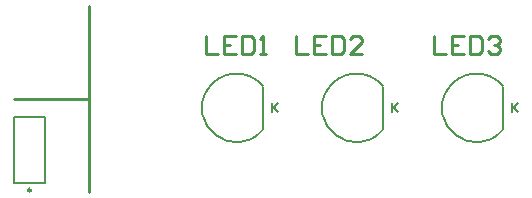
<source format=gto>
G04*
G04 #@! TF.GenerationSoftware,Altium Limited,Altium Designer,22.7.1 (60)*
G04*
G04 Layer_Color=16777215*
%FSLAX44Y44*%
%MOMM*%
G71*
G04*
G04 #@! TF.SameCoordinates,9463790D-2481-4E08-BA15-92DD0F7A3D72*
G04*
G04*
G04 #@! TF.FilePolarity,Positive*
G04*
G01*
G75*
%ADD10C,0.2500*%
%ADD11C,0.2000*%
%ADD12C,0.2540*%
%ADD13C,0.1524*%
D10*
X113010Y3850D02*
G03*
X113010Y3850I-1250J0D01*
G01*
D11*
X466528Y90384D02*
G03*
X512606Y55224I23692J-16724D01*
G01*
X512498Y92225D02*
G03*
X465522Y88859I-22278J-18565D01*
G01*
X410898Y92225D02*
G03*
X363922Y88859I-22278J-18565D01*
G01*
X364928Y90384D02*
G03*
X411006Y55224I23692J-16724D01*
G01*
X263328Y90384D02*
G03*
X309406Y55224I23692J-16724D01*
G01*
X309298Y92225D02*
G03*
X262322Y88859I-22278J-18565D01*
G01*
X98560Y10200D02*
X124960D01*
Y66000D01*
X98560D02*
X124960D01*
X98560Y10200D02*
Y66000D01*
X513080Y55880D02*
Y91440D01*
X411480Y55880D02*
Y91440D01*
X309880Y55880D02*
Y91440D01*
D12*
X99060Y81280D02*
X162560D01*
Y2540D02*
Y160020D01*
X454669Y134618D02*
Y119382D01*
X464826D01*
X480061Y134618D02*
X469904D01*
Y119382D01*
X480061D01*
X469904Y127000D02*
X474982D01*
X485139Y134618D02*
Y119382D01*
X492757D01*
X495296Y121922D01*
Y132078D01*
X492757Y134618D01*
X485139D01*
X500374Y132078D02*
X502913Y134618D01*
X507992D01*
X510531Y132078D01*
Y129539D01*
X507992Y127000D01*
X505453D01*
X507992D01*
X510531Y124461D01*
Y121922D01*
X507992Y119382D01*
X502913D01*
X500374Y121922D01*
X337829Y134618D02*
Y119382D01*
X347986D01*
X363221Y134618D02*
X353064D01*
Y119382D01*
X363221D01*
X353064Y127000D02*
X358143D01*
X368299Y134618D02*
Y119382D01*
X375917D01*
X378456Y121922D01*
Y132078D01*
X375917Y134618D01*
X368299D01*
X393691Y119382D02*
X383534D01*
X393691Y129539D01*
Y132078D01*
X391152Y134618D01*
X386073D01*
X383534Y132078D01*
X261628Y134618D02*
Y119382D01*
X271785D01*
X287020Y134618D02*
X276863D01*
Y119382D01*
X287020D01*
X276863Y127000D02*
X281942D01*
X292098Y134618D02*
Y119382D01*
X299716D01*
X302255Y121922D01*
Y132078D01*
X299716Y134618D01*
X292098D01*
X307333Y119382D02*
X312412D01*
X309873D01*
Y134618D01*
X307333Y132078D01*
D13*
X520700Y77467D02*
Y69850D01*
Y72389D01*
X525778Y77467D01*
X521970Y73659D01*
X525778Y69850D01*
X419100Y77467D02*
Y69850D01*
Y72389D01*
X424178Y77467D01*
X420370Y73659D01*
X424178Y69850D01*
X317500Y77467D02*
Y69850D01*
Y72389D01*
X322578Y77467D01*
X318770Y73659D01*
X322578Y69850D01*
M02*

</source>
